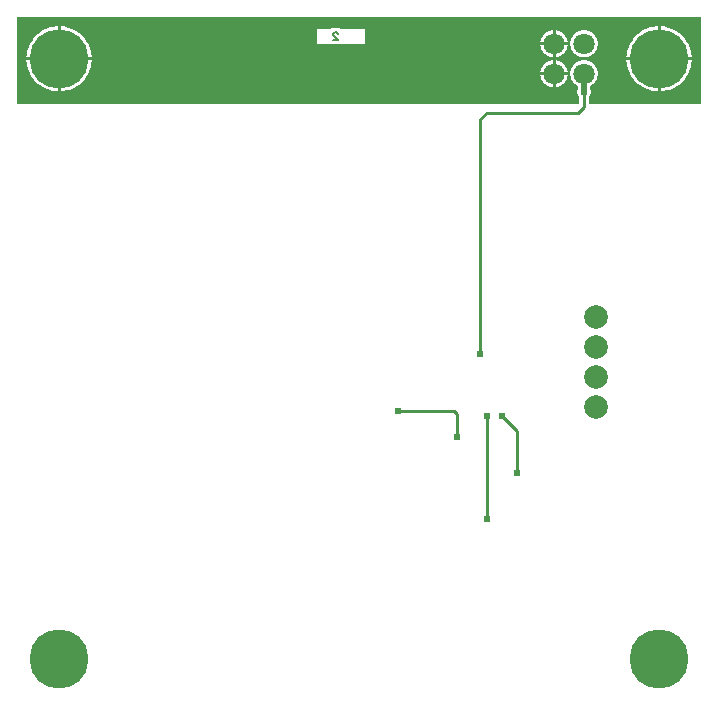
<source format=gbl>
G04 Layer: BottomLayer*
G04 Panelize: , Column: 2, Row: 2, Board Size: 58.42mm x 58.42mm, Panelized Board Size: 118.84mm x 118.84mm*
G04 EasyEDA v6.5.39, 2023-12-29 12:41:37*
G04 1036578b268b45588bb37d4cc57348ec,5a6b42c53f6a479593ecc07194224c93,10*
G04 Gerber Generator version 0.2*
G04 Scale: 100 percent, Rotated: No, Reflected: No *
G04 Dimensions in millimeters *
G04 leading zeros omitted , absolute positions ,4 integer and 5 decimal *
%FSLAX45Y45*%
%MOMM*%

%ADD10C,0.1524*%
%ADD11C,0.2540*%
%ADD12C,0.5000*%
%ADD13C,0.6200*%
%ADD14C,5.0000*%
%ADD15C,2.0000*%
%ADD16C,1.8000*%
%ADD17C,0.6096*%
%ADD18C,0.6200*%
%ADD19C,0.0175*%

%LPD*%
G36*
X36068Y5080000D02*
G01*
X32156Y5080762D01*
X28905Y5082997D01*
X26670Y5086248D01*
X25908Y5090160D01*
X25908Y5805932D01*
X26670Y5809843D01*
X28905Y5813094D01*
X32156Y5815330D01*
X36068Y5816092D01*
X2555240Y5816092D01*
X2559151Y5815330D01*
X2562402Y5813094D01*
X2564638Y5809843D01*
X2565400Y5805932D01*
X2566162Y5809843D01*
X2568397Y5813094D01*
X2571648Y5815330D01*
X2575560Y5816092D01*
X5805932Y5816092D01*
X5809843Y5815330D01*
X5813094Y5813094D01*
X5815330Y5809843D01*
X5816092Y5805932D01*
X5816092Y5090160D01*
X5815330Y5086248D01*
X5813094Y5082997D01*
X5809843Y5080762D01*
X5805932Y5080000D01*
X4874768Y5080000D01*
X4870856Y5080762D01*
X4867605Y5082997D01*
X4865370Y5086248D01*
X4864608Y5090160D01*
X4864608Y5136591D01*
X4865370Y5140502D01*
X4867605Y5143804D01*
X4869180Y5145379D01*
X4874818Y5153406D01*
X4878933Y5162346D01*
X4881473Y5171795D01*
X4882337Y5181600D01*
X4881473Y5191404D01*
X4878933Y5200853D01*
X4877866Y5203190D01*
X4876901Y5207508D01*
X4876901Y5224018D01*
X4877562Y5227523D01*
X4879390Y5230622D01*
X4882184Y5232908D01*
X4888077Y5236159D01*
X4899863Y5244693D01*
X4910480Y5254650D01*
X4919776Y5265877D01*
X4927549Y5278170D01*
X4933746Y5291328D01*
X4938268Y5305196D01*
X4940960Y5319471D01*
X4941874Y5334000D01*
X4940960Y5348528D01*
X4938268Y5362803D01*
X4933746Y5376672D01*
X4927549Y5389829D01*
X4919776Y5402122D01*
X4910480Y5413349D01*
X4899863Y5423306D01*
X4888077Y5431840D01*
X4875326Y5438851D01*
X4861814Y5444236D01*
X4847691Y5447842D01*
X4833264Y5449671D01*
X4818735Y5449671D01*
X4804308Y5447842D01*
X4790186Y5444236D01*
X4776673Y5438851D01*
X4763922Y5431840D01*
X4752136Y5423306D01*
X4741519Y5413349D01*
X4732223Y5402122D01*
X4724450Y5389829D01*
X4718253Y5376672D01*
X4713732Y5362803D01*
X4711039Y5348528D01*
X4710125Y5334000D01*
X4711039Y5319471D01*
X4713732Y5305196D01*
X4718253Y5291328D01*
X4724450Y5278170D01*
X4732223Y5265877D01*
X4741519Y5254650D01*
X4752136Y5244693D01*
X4763922Y5236159D01*
X4769815Y5232908D01*
X4772609Y5230622D01*
X4774438Y5227523D01*
X4775098Y5224018D01*
X4775098Y5207508D01*
X4774133Y5203190D01*
X4773066Y5200853D01*
X4770526Y5191404D01*
X4769662Y5181600D01*
X4770526Y5171795D01*
X4773066Y5162346D01*
X4777181Y5153406D01*
X4782820Y5145379D01*
X4784394Y5143804D01*
X4786630Y5140502D01*
X4787392Y5136591D01*
X4787392Y5090160D01*
X4786630Y5086248D01*
X4784394Y5082997D01*
X4781143Y5080762D01*
X4777232Y5080000D01*
G37*

%LPC*%
G36*
X4584700Y5473039D02*
G01*
X4593691Y5474157D01*
X4607814Y5477764D01*
X4621326Y5483148D01*
X4634077Y5490159D01*
X4645863Y5498693D01*
X4656480Y5508650D01*
X4665776Y5519877D01*
X4673549Y5532170D01*
X4679746Y5545328D01*
X4684268Y5559196D01*
X4686960Y5573471D01*
X4687112Y5575300D01*
X4584700Y5575300D01*
G37*
G36*
X5473700Y5185562D02*
G01*
X5478322Y5185664D01*
X5501284Y5188051D01*
X5523992Y5192369D01*
X5546242Y5198618D01*
X5567934Y5206644D01*
X5588812Y5216499D01*
X5608828Y5228031D01*
X5627827Y5241239D01*
X5645607Y5255971D01*
X5662117Y5272125D01*
X5677204Y5289600D01*
X5690819Y5308295D01*
X5702757Y5328107D01*
X5713018Y5348782D01*
X5721553Y5370271D01*
X5728208Y5392369D01*
X5733034Y5414975D01*
X5735929Y5437936D01*
X5736336Y5448300D01*
X5473700Y5448300D01*
G37*
G36*
X393700Y5185562D02*
G01*
X398322Y5185664D01*
X421284Y5188051D01*
X443992Y5192369D01*
X466242Y5198618D01*
X487934Y5206644D01*
X508812Y5216499D01*
X528828Y5228031D01*
X547827Y5241239D01*
X565607Y5255971D01*
X582117Y5272125D01*
X597204Y5289600D01*
X610819Y5308295D01*
X622757Y5328107D01*
X633018Y5348782D01*
X641553Y5370271D01*
X648208Y5392369D01*
X653034Y5414975D01*
X655929Y5437936D01*
X656336Y5448300D01*
X393700Y5448300D01*
G37*
G36*
X5448300Y5185613D02*
G01*
X5448300Y5448300D01*
X5185410Y5448300D01*
X5187289Y5426405D01*
X5191150Y5403646D01*
X5196890Y5381244D01*
X5204460Y5359450D01*
X5213858Y5338318D01*
X5224983Y5318099D01*
X5237784Y5298846D01*
X5252161Y5280710D01*
X5267960Y5263896D01*
X5285130Y5248402D01*
X5303520Y5234432D01*
X5323027Y5222087D01*
X5343499Y5211368D01*
X5364835Y5202428D01*
X5386781Y5195265D01*
X5409285Y5189982D01*
X5432145Y5186629D01*
G37*
G36*
X368300Y5185613D02*
G01*
X368300Y5448300D01*
X105410Y5448300D01*
X107289Y5426405D01*
X111150Y5403646D01*
X116890Y5381244D01*
X124460Y5359450D01*
X133858Y5338318D01*
X144983Y5318099D01*
X157784Y5298846D01*
X172161Y5280710D01*
X187960Y5263896D01*
X205130Y5248402D01*
X223520Y5234432D01*
X243027Y5222087D01*
X263499Y5211368D01*
X284835Y5202428D01*
X306781Y5195265D01*
X329285Y5189982D01*
X352145Y5186629D01*
G37*
G36*
X4559300Y5219039D02*
G01*
X4559300Y5321300D01*
X4456887Y5321300D01*
X4457039Y5319471D01*
X4459732Y5305196D01*
X4464253Y5291328D01*
X4470450Y5278170D01*
X4478223Y5265877D01*
X4487519Y5254650D01*
X4498136Y5244693D01*
X4509922Y5236159D01*
X4522673Y5229148D01*
X4536186Y5223764D01*
X4550308Y5220157D01*
G37*
G36*
X4584700Y5219039D02*
G01*
X4593691Y5220157D01*
X4607814Y5223764D01*
X4621326Y5229148D01*
X4634077Y5236159D01*
X4645863Y5244693D01*
X4656480Y5254650D01*
X4665776Y5265877D01*
X4673549Y5278170D01*
X4679746Y5291328D01*
X4684268Y5305196D01*
X4686960Y5319471D01*
X4687112Y5321300D01*
X4584700Y5321300D01*
G37*
G36*
X4456887Y5346700D02*
G01*
X4559300Y5346700D01*
X4559300Y5448960D01*
X4550308Y5447842D01*
X4536186Y5444236D01*
X4522673Y5438851D01*
X4509922Y5431840D01*
X4498136Y5423306D01*
X4487519Y5413349D01*
X4478223Y5402122D01*
X4470450Y5389829D01*
X4464253Y5376672D01*
X4459732Y5362803D01*
X4457039Y5348528D01*
G37*
G36*
X4584700Y5346700D02*
G01*
X4687112Y5346700D01*
X4686960Y5348528D01*
X4684268Y5362803D01*
X4679746Y5376672D01*
X4673549Y5389829D01*
X4665776Y5402122D01*
X4656480Y5413349D01*
X4645863Y5423306D01*
X4634077Y5431840D01*
X4621326Y5438851D01*
X4607814Y5444236D01*
X4593691Y5447842D01*
X4584700Y5448960D01*
G37*
G36*
X4818735Y5472328D02*
G01*
X4833264Y5472328D01*
X4847691Y5474157D01*
X4861814Y5477764D01*
X4875326Y5483148D01*
X4888077Y5490159D01*
X4899863Y5498693D01*
X4910480Y5508650D01*
X4919776Y5519877D01*
X4927549Y5532170D01*
X4933746Y5545328D01*
X4938268Y5559196D01*
X4940960Y5573471D01*
X4941874Y5588000D01*
X4940960Y5602528D01*
X4938268Y5616803D01*
X4933746Y5630672D01*
X4927549Y5643829D01*
X4919776Y5656122D01*
X4910480Y5667349D01*
X4899863Y5677306D01*
X4888077Y5685840D01*
X4875326Y5692851D01*
X4861814Y5698236D01*
X4847691Y5701842D01*
X4833264Y5703671D01*
X4818735Y5703671D01*
X4804308Y5701842D01*
X4790186Y5698236D01*
X4776673Y5692851D01*
X4763922Y5685840D01*
X4752136Y5677306D01*
X4741519Y5667349D01*
X4732223Y5656122D01*
X4724450Y5643829D01*
X4718253Y5630672D01*
X4713732Y5616803D01*
X4711039Y5602528D01*
X4710125Y5588000D01*
X4711039Y5573471D01*
X4713732Y5559196D01*
X4718253Y5545328D01*
X4724450Y5532170D01*
X4732223Y5519877D01*
X4741519Y5508650D01*
X4752136Y5498693D01*
X4763922Y5490159D01*
X4776673Y5483148D01*
X4790186Y5477764D01*
X4804308Y5474157D01*
G37*
G36*
X4584700Y5600700D02*
G01*
X4687112Y5600700D01*
X4686960Y5602528D01*
X4684268Y5616803D01*
X4679746Y5630672D01*
X4673549Y5643829D01*
X4665776Y5656122D01*
X4656480Y5667349D01*
X4645863Y5677306D01*
X4634077Y5685840D01*
X4621326Y5692851D01*
X4607814Y5698236D01*
X4593691Y5701842D01*
X4584700Y5702960D01*
G37*
G36*
X4559300Y5473039D02*
G01*
X4559300Y5575300D01*
X4456887Y5575300D01*
X4457039Y5573471D01*
X4459732Y5559196D01*
X4464253Y5545328D01*
X4470450Y5532170D01*
X4478223Y5519877D01*
X4487519Y5508650D01*
X4498136Y5498693D01*
X4509922Y5490159D01*
X4522673Y5483148D01*
X4536186Y5477764D01*
X4550308Y5474157D01*
G37*
G36*
X5473700Y5473700D02*
G01*
X5736336Y5473700D01*
X5735929Y5484063D01*
X5733034Y5507024D01*
X5728208Y5529630D01*
X5721553Y5551728D01*
X5713018Y5573217D01*
X5702757Y5593892D01*
X5690819Y5613704D01*
X5677204Y5632348D01*
X5662117Y5649874D01*
X5645607Y5666028D01*
X5627827Y5680760D01*
X5608828Y5693968D01*
X5588812Y5705500D01*
X5567934Y5715355D01*
X5546242Y5723382D01*
X5523992Y5729630D01*
X5501284Y5733948D01*
X5478322Y5736336D01*
X5473700Y5736437D01*
G37*
G36*
X393700Y5473700D02*
G01*
X656336Y5473700D01*
X655929Y5484063D01*
X653034Y5507024D01*
X648208Y5529630D01*
X641553Y5551728D01*
X633018Y5573217D01*
X622757Y5593892D01*
X610819Y5613704D01*
X597204Y5632348D01*
X582117Y5649874D01*
X565607Y5666028D01*
X547827Y5680760D01*
X528828Y5693968D01*
X508812Y5705500D01*
X487934Y5715355D01*
X466242Y5723382D01*
X443992Y5729630D01*
X421284Y5733948D01*
X398322Y5736336D01*
X393700Y5736437D01*
G37*
G36*
X5185410Y5473700D02*
G01*
X5448300Y5473700D01*
X5448300Y5736386D01*
X5432145Y5735370D01*
X5409285Y5732018D01*
X5386781Y5726734D01*
X5364835Y5719572D01*
X5343499Y5710631D01*
X5323027Y5699912D01*
X5303520Y5687568D01*
X5285130Y5673598D01*
X5267960Y5658104D01*
X5252161Y5641289D01*
X5237784Y5623153D01*
X5224983Y5603900D01*
X5213858Y5583682D01*
X5204460Y5562549D01*
X5196890Y5540756D01*
X5191150Y5518353D01*
X5187289Y5495594D01*
G37*
G36*
X105410Y5473700D02*
G01*
X368300Y5473700D01*
X368300Y5736386D01*
X352145Y5735370D01*
X329285Y5732018D01*
X306781Y5726734D01*
X284835Y5719572D01*
X263499Y5710631D01*
X243027Y5699912D01*
X223520Y5687568D01*
X205130Y5673598D01*
X187960Y5658104D01*
X172161Y5641289D01*
X157784Y5623153D01*
X144983Y5603900D01*
X133858Y5583682D01*
X124460Y5562549D01*
X116890Y5540756D01*
X111150Y5518353D01*
X107289Y5495594D01*
G37*
G36*
X2691688Y5583682D02*
G01*
X2750261Y5583682D01*
X2756560Y5584393D01*
X2764840Y5587593D01*
X2767634Y5588000D01*
X2970784Y5588000D01*
X2971800Y5589016D01*
X2971800Y5713984D01*
X2970784Y5715000D01*
X2763520Y5715000D01*
X2760167Y5715558D01*
X2756560Y5716828D01*
X2750261Y5717540D01*
X2691688Y5717540D01*
X2685389Y5716828D01*
X2681782Y5715558D01*
X2678430Y5715000D01*
X2575560Y5715000D01*
X2571648Y5715762D01*
X2568397Y5717997D01*
X2566162Y5721248D01*
X2565400Y5725160D01*
X2565400Y5589016D01*
X2566416Y5588000D01*
X2674315Y5588000D01*
X2677109Y5587593D01*
X2679903Y5586323D01*
X2685389Y5584393D01*
G37*
G36*
X4456887Y5600700D02*
G01*
X4559300Y5600700D01*
X4559300Y5702960D01*
X4550308Y5701842D01*
X4536186Y5698236D01*
X4522673Y5692851D01*
X4509922Y5685840D01*
X4498136Y5677306D01*
X4487519Y5667349D01*
X4478223Y5656122D01*
X4470450Y5643829D01*
X4464253Y5630672D01*
X4459732Y5616803D01*
X4457039Y5602528D01*
G37*

%LPD*%
D10*
X2739897Y5668010D02*
G01*
X2739897Y5671312D01*
X2736850Y5677662D01*
X2733547Y5680963D01*
X2727197Y5684012D01*
X2714497Y5684012D01*
X2708147Y5680963D01*
X2705100Y5677662D01*
X2701797Y5671312D01*
X2701797Y5664962D01*
X2705100Y5658612D01*
X2711450Y5648960D01*
X2743200Y5617210D01*
X2698750Y5617210D01*
D11*
X4000500Y1562100D02*
G01*
X4000500Y2438400D01*
X4254500Y1955800D02*
G01*
X4254500Y2311400D01*
X4127500Y2438400D01*
X3943502Y2959100D02*
G01*
X3943502Y4946802D01*
X4000500Y5003800D01*
X4775200Y5003800D01*
X4826000Y5054600D01*
X4826000Y5181600D01*
X3251200Y2476500D02*
G01*
X3721100Y2476500D01*
X3746500Y2451100D01*
X3746500Y2258877D01*
D12*
X4826000Y5334000D02*
G01*
X4826000Y5181600D01*
D13*
G01*
X3251200Y2476500D03*
D14*
G01*
X381000Y5461000D03*
G01*
X5461000Y5461000D03*
G01*
X5461000Y381000D03*
G01*
X381000Y381000D03*
D15*
G01*
X4931206Y3020161D03*
G01*
X4931206Y2766161D03*
G01*
X4931206Y2512161D03*
G01*
X4931206Y3274161D03*
D16*
G01*
X4572000Y5588000D03*
G01*
X4572000Y5334000D03*
G01*
X4826000Y5334000D03*
G01*
X4826000Y5588000D03*
D17*
G01*
X4826000Y5181600D03*
D18*
G01*
X3746500Y2258877D03*
G01*
X3943502Y2959100D03*
G01*
X4127500Y2438400D03*
G01*
X4254500Y1955800D03*
G01*
X4000500Y2438400D03*
G01*
X4000500Y1562100D03*
M02*

</source>
